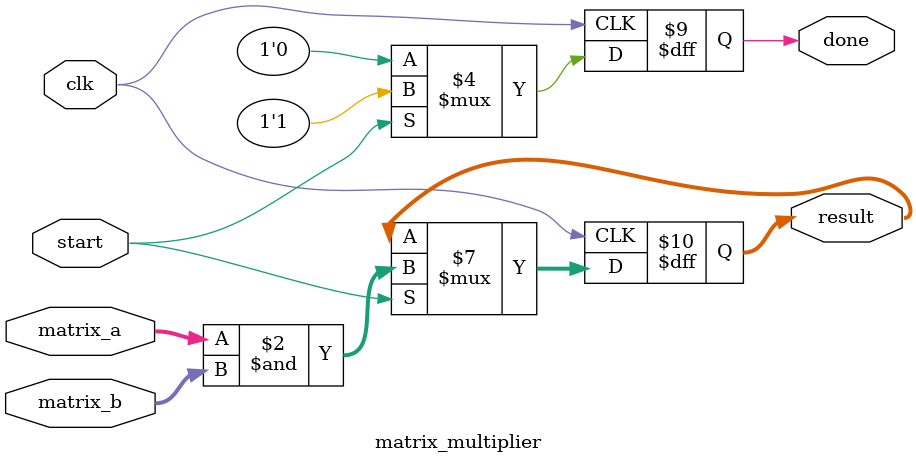
<source format=v>
module matrix_multiplier(
    input clk,
    input start,
    input [255:0] matrix_a, // 16x16, 8-bit per element
    input [255:0] matrix_b,
    output reg done,
    output reg [255:0] result
);
    always @(posedge clk) begin
        if (start) begin
            result <= matrix_a & matrix_b; // Placeholder logic
            done <= 1;
        end else begin
            done <= 0;
        end
    end
endmodule

</source>
